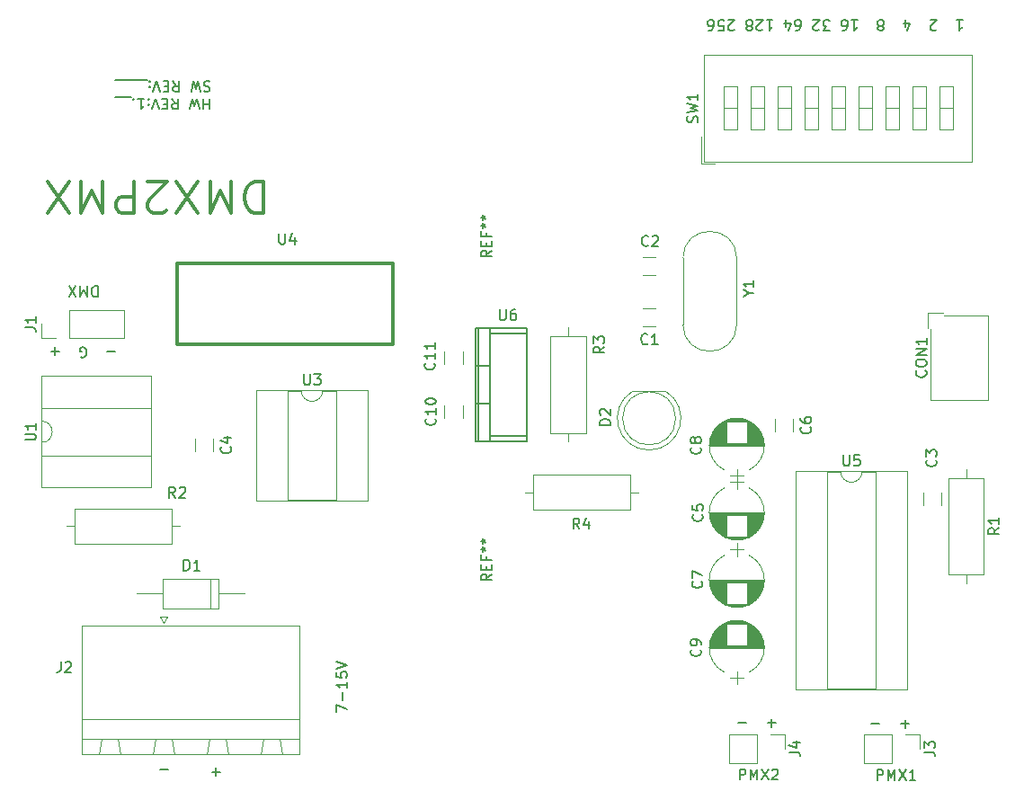
<source format=gbr>
G04 #@! TF.GenerationSoftware,KiCad,Pcbnew,(5.1.8)-1*
G04 #@! TF.CreationDate,2021-02-06T21:19:27+01:00*
G04 #@! TF.ProjectId,DMX2PMX,444d5832-504d-4582-9e6b-696361645f70,rev?*
G04 #@! TF.SameCoordinates,PX21e9a40PY3c8eee0*
G04 #@! TF.FileFunction,Legend,Top*
G04 #@! TF.FilePolarity,Positive*
%FSLAX46Y46*%
G04 Gerber Fmt 4.6, Leading zero omitted, Abs format (unit mm)*
G04 Created by KiCad (PCBNEW (5.1.8)-1) date 2021-02-06 21:19:27*
%MOMM*%
%LPD*%
G01*
G04 APERTURE LIST*
%ADD10C,0.150000*%
%ADD11C,0.300000*%
%ADD12C,0.120000*%
G04 APERTURE END LIST*
D10*
X88644571Y-1833619D02*
X89216000Y-1833619D01*
X88930285Y-1833619D02*
X88930285Y-2833619D01*
X89025523Y-2690761D01*
X89120761Y-2595523D01*
X89216000Y-2547904D01*
X86739809Y-2738380D02*
X86692190Y-2786000D01*
X86596952Y-2833619D01*
X86358857Y-2833619D01*
X86263619Y-2786000D01*
X86216000Y-2738380D01*
X86168380Y-2643142D01*
X86168380Y-2547904D01*
X86216000Y-2405047D01*
X86787428Y-1833619D01*
X86168380Y-1833619D01*
X83787428Y-2500285D02*
X83787428Y-1833619D01*
X84025523Y-2881238D02*
X84263619Y-2166952D01*
X83644571Y-2166952D01*
X81596952Y-2405047D02*
X81692190Y-2452666D01*
X81739809Y-2500285D01*
X81787428Y-2595523D01*
X81787428Y-2643142D01*
X81739809Y-2738380D01*
X81692190Y-2786000D01*
X81596952Y-2833619D01*
X81406476Y-2833619D01*
X81311238Y-2786000D01*
X81263619Y-2738380D01*
X81216000Y-2643142D01*
X81216000Y-2595523D01*
X81263619Y-2500285D01*
X81311238Y-2452666D01*
X81406476Y-2405047D01*
X81596952Y-2405047D01*
X81692190Y-2357428D01*
X81739809Y-2309809D01*
X81787428Y-2214571D01*
X81787428Y-2024095D01*
X81739809Y-1928857D01*
X81692190Y-1881238D01*
X81596952Y-1833619D01*
X81406476Y-1833619D01*
X81311238Y-1881238D01*
X81263619Y-1928857D01*
X81216000Y-2024095D01*
X81216000Y-2214571D01*
X81263619Y-2309809D01*
X81311238Y-2357428D01*
X81406476Y-2405047D01*
X78739809Y-1833619D02*
X79311238Y-1833619D01*
X79025523Y-1833619D02*
X79025523Y-2833619D01*
X79120761Y-2690761D01*
X79216000Y-2595523D01*
X79311238Y-2547904D01*
X77882666Y-2833619D02*
X78073142Y-2833619D01*
X78168380Y-2786000D01*
X78216000Y-2738380D01*
X78311238Y-2595523D01*
X78358857Y-2405047D01*
X78358857Y-2024095D01*
X78311238Y-1928857D01*
X78263619Y-1881238D01*
X78168380Y-1833619D01*
X77977904Y-1833619D01*
X77882666Y-1881238D01*
X77835047Y-1928857D01*
X77787428Y-2024095D01*
X77787428Y-2262190D01*
X77835047Y-2357428D01*
X77882666Y-2405047D01*
X77977904Y-2452666D01*
X78168380Y-2452666D01*
X78263619Y-2405047D01*
X78311238Y-2357428D01*
X78358857Y-2262190D01*
X76692190Y-2833619D02*
X76073142Y-2833619D01*
X76406476Y-2452666D01*
X76263619Y-2452666D01*
X76168380Y-2405047D01*
X76120761Y-2357428D01*
X76073142Y-2262190D01*
X76073142Y-2024095D01*
X76120761Y-1928857D01*
X76168380Y-1881238D01*
X76263619Y-1833619D01*
X76549333Y-1833619D01*
X76644571Y-1881238D01*
X76692190Y-1928857D01*
X75692190Y-2738380D02*
X75644571Y-2786000D01*
X75549333Y-2833619D01*
X75311238Y-2833619D01*
X75216000Y-2786000D01*
X75168380Y-2738380D01*
X75120761Y-2643142D01*
X75120761Y-2547904D01*
X75168380Y-2405047D01*
X75739809Y-1833619D01*
X75120761Y-1833619D01*
X73501714Y-2833619D02*
X73692190Y-2833619D01*
X73787428Y-2786000D01*
X73835047Y-2738380D01*
X73930285Y-2595523D01*
X73977904Y-2405047D01*
X73977904Y-2024095D01*
X73930285Y-1928857D01*
X73882666Y-1881238D01*
X73787428Y-1833619D01*
X73596952Y-1833619D01*
X73501714Y-1881238D01*
X73454095Y-1928857D01*
X73406476Y-2024095D01*
X73406476Y-2262190D01*
X73454095Y-2357428D01*
X73501714Y-2405047D01*
X73596952Y-2452666D01*
X73787428Y-2452666D01*
X73882666Y-2405047D01*
X73930285Y-2357428D01*
X73977904Y-2262190D01*
X72549333Y-2500285D02*
X72549333Y-1833619D01*
X72787428Y-2881238D02*
X73025523Y-2166952D01*
X72406476Y-2166952D01*
X70739809Y-1833619D02*
X71311238Y-1833619D01*
X71025523Y-1833619D02*
X71025523Y-2833619D01*
X71120761Y-2690761D01*
X71216000Y-2595523D01*
X71311238Y-2547904D01*
X70358857Y-2738380D02*
X70311238Y-2786000D01*
X70216000Y-2833619D01*
X69977904Y-2833619D01*
X69882666Y-2786000D01*
X69835047Y-2738380D01*
X69787428Y-2643142D01*
X69787428Y-2547904D01*
X69835047Y-2405047D01*
X70406476Y-1833619D01*
X69787428Y-1833619D01*
X69216000Y-2405047D02*
X69311238Y-2452666D01*
X69358857Y-2500285D01*
X69406476Y-2595523D01*
X69406476Y-2643142D01*
X69358857Y-2738380D01*
X69311238Y-2786000D01*
X69216000Y-2833619D01*
X69025523Y-2833619D01*
X68930285Y-2786000D01*
X68882666Y-2738380D01*
X68835047Y-2643142D01*
X68835047Y-2595523D01*
X68882666Y-2500285D01*
X68930285Y-2452666D01*
X69025523Y-2405047D01*
X69216000Y-2405047D01*
X69311238Y-2357428D01*
X69358857Y-2309809D01*
X69406476Y-2214571D01*
X69406476Y-2024095D01*
X69358857Y-1928857D01*
X69311238Y-1881238D01*
X69216000Y-1833619D01*
X69025523Y-1833619D01*
X68930285Y-1881238D01*
X68882666Y-1928857D01*
X68835047Y-2024095D01*
X68835047Y-2214571D01*
X68882666Y-2309809D01*
X68930285Y-2357428D01*
X69025523Y-2405047D01*
X67692190Y-2738380D02*
X67644571Y-2786000D01*
X67549333Y-2833619D01*
X67311238Y-2833619D01*
X67216000Y-2786000D01*
X67168380Y-2738380D01*
X67120761Y-2643142D01*
X67120761Y-2547904D01*
X67168380Y-2405047D01*
X67739809Y-1833619D01*
X67120761Y-1833619D01*
X66216000Y-2833619D02*
X66692190Y-2833619D01*
X66739809Y-2357428D01*
X66692190Y-2405047D01*
X66596952Y-2452666D01*
X66358857Y-2452666D01*
X66263619Y-2405047D01*
X66216000Y-2357428D01*
X66168380Y-2262190D01*
X66168380Y-2024095D01*
X66216000Y-1928857D01*
X66263619Y-1881238D01*
X66358857Y-1833619D01*
X66596952Y-1833619D01*
X66692190Y-1881238D01*
X66739809Y-1928857D01*
X65311238Y-2833619D02*
X65501714Y-2833619D01*
X65596952Y-2786000D01*
X65644571Y-2738380D01*
X65739809Y-2595523D01*
X65787428Y-2405047D01*
X65787428Y-2024095D01*
X65739809Y-1928857D01*
X65692190Y-1881238D01*
X65596952Y-1833619D01*
X65406476Y-1833619D01*
X65311238Y-1881238D01*
X65263619Y-1928857D01*
X65216000Y-2024095D01*
X65216000Y-2262190D01*
X65263619Y-2357428D01*
X65311238Y-2405047D01*
X65406476Y-2452666D01*
X65596952Y-2452666D01*
X65692190Y-2405047D01*
X65739809Y-2357428D01*
X65787428Y-2262190D01*
X9424609Y-33050171D02*
X8662704Y-33050171D01*
X6138895Y-33621600D02*
X6234133Y-33669219D01*
X6376990Y-33669219D01*
X6519847Y-33621600D01*
X6615085Y-33526361D01*
X6662704Y-33431123D01*
X6710323Y-33240647D01*
X6710323Y-33097790D01*
X6662704Y-32907314D01*
X6615085Y-32812076D01*
X6519847Y-32716838D01*
X6376990Y-32669219D01*
X6281752Y-32669219D01*
X6138895Y-32716838D01*
X6091276Y-32764457D01*
X6091276Y-33097790D01*
X6281752Y-33097790D01*
X4138895Y-33050171D02*
X3376990Y-33050171D01*
X3757942Y-32669219D02*
X3757942Y-33431123D01*
X7761123Y-26928819D02*
X7761123Y-27928819D01*
X7523028Y-27928819D01*
X7380171Y-27881200D01*
X7284933Y-27785961D01*
X7237314Y-27690723D01*
X7189695Y-27500247D01*
X7189695Y-27357390D01*
X7237314Y-27166914D01*
X7284933Y-27071676D01*
X7380171Y-26976438D01*
X7523028Y-26928819D01*
X7761123Y-26928819D01*
X6761123Y-26928819D02*
X6761123Y-27928819D01*
X6427790Y-27214533D01*
X6094457Y-27928819D01*
X6094457Y-26928819D01*
X5713504Y-27928819D02*
X5046838Y-26928819D01*
X5046838Y-27928819D02*
X5713504Y-26928819D01*
X68088095Y-68041828D02*
X68850000Y-68041828D01*
X70850000Y-68041828D02*
X71611904Y-68041828D01*
X71230952Y-68422780D02*
X71230952Y-67660876D01*
X80635695Y-68143428D02*
X81397600Y-68143428D01*
X83397600Y-68143428D02*
X84159504Y-68143428D01*
X83778552Y-68524380D02*
X83778552Y-67762476D01*
X68216685Y-73401180D02*
X68216685Y-72401180D01*
X68597638Y-72401180D01*
X68692876Y-72448800D01*
X68740495Y-72496419D01*
X68788114Y-72591657D01*
X68788114Y-72734514D01*
X68740495Y-72829752D01*
X68692876Y-72877371D01*
X68597638Y-72924990D01*
X68216685Y-72924990D01*
X69216685Y-73401180D02*
X69216685Y-72401180D01*
X69550019Y-73115466D01*
X69883352Y-72401180D01*
X69883352Y-73401180D01*
X70264304Y-72401180D02*
X70930971Y-73401180D01*
X70930971Y-72401180D02*
X70264304Y-73401180D01*
X71264304Y-72496419D02*
X71311923Y-72448800D01*
X71407161Y-72401180D01*
X71645257Y-72401180D01*
X71740495Y-72448800D01*
X71788114Y-72496419D01*
X71835733Y-72591657D01*
X71835733Y-72686895D01*
X71788114Y-72829752D01*
X71216685Y-73401180D01*
X71835733Y-73401180D01*
X81170685Y-73451980D02*
X81170685Y-72451980D01*
X81551638Y-72451980D01*
X81646876Y-72499600D01*
X81694495Y-72547219D01*
X81742114Y-72642457D01*
X81742114Y-72785314D01*
X81694495Y-72880552D01*
X81646876Y-72928171D01*
X81551638Y-72975790D01*
X81170685Y-72975790D01*
X82170685Y-73451980D02*
X82170685Y-72451980D01*
X82504019Y-73166266D01*
X82837352Y-72451980D01*
X82837352Y-73451980D01*
X83218304Y-72451980D02*
X83884971Y-73451980D01*
X83884971Y-72451980D02*
X83218304Y-73451980D01*
X84789733Y-73451980D02*
X84218304Y-73451980D01*
X84504019Y-73451980D02*
X84504019Y-72451980D01*
X84408780Y-72594838D01*
X84313542Y-72690076D01*
X84218304Y-72737695D01*
X30237180Y-67001733D02*
X30237180Y-66335066D01*
X31237180Y-66763638D01*
X30856228Y-65954114D02*
X30856228Y-65192209D01*
X31237180Y-64192209D02*
X31237180Y-64763638D01*
X31237180Y-64477923D02*
X30237180Y-64477923D01*
X30380038Y-64573161D01*
X30475276Y-64668400D01*
X30522895Y-64763638D01*
X30237180Y-63287447D02*
X30237180Y-63763638D01*
X30713371Y-63811257D01*
X30665752Y-63763638D01*
X30618133Y-63668400D01*
X30618133Y-63430304D01*
X30665752Y-63335066D01*
X30713371Y-63287447D01*
X30808609Y-63239828D01*
X31046704Y-63239828D01*
X31141942Y-63287447D01*
X31189561Y-63335066D01*
X31237180Y-63430304D01*
X31237180Y-63668400D01*
X31189561Y-63763638D01*
X31141942Y-63811257D01*
X30237180Y-62954114D02*
X31237180Y-62620780D01*
X30237180Y-62287447D01*
X13639847Y-72461428D02*
X14401752Y-72461428D01*
X18516647Y-72664628D02*
X19278552Y-72664628D01*
X18897600Y-73045580D02*
X18897600Y-72283676D01*
X18269904Y-9249919D02*
X18269904Y-10249919D01*
X18269904Y-9773728D02*
X17698476Y-9773728D01*
X17698476Y-9249919D02*
X17698476Y-10249919D01*
X17317523Y-10249919D02*
X17079428Y-9249919D01*
X16888952Y-9964204D01*
X16698476Y-9249919D01*
X16460380Y-10249919D01*
X14746095Y-9249919D02*
X15079428Y-9726109D01*
X15317523Y-9249919D02*
X15317523Y-10249919D01*
X14936571Y-10249919D01*
X14841333Y-10202300D01*
X14793714Y-10154680D01*
X14746095Y-10059442D01*
X14746095Y-9916585D01*
X14793714Y-9821347D01*
X14841333Y-9773728D01*
X14936571Y-9726109D01*
X15317523Y-9726109D01*
X14317523Y-9773728D02*
X13984190Y-9773728D01*
X13841333Y-9249919D02*
X14317523Y-9249919D01*
X14317523Y-10249919D01*
X13841333Y-10249919D01*
X13555619Y-10249919D02*
X13222285Y-9249919D01*
X12888952Y-10249919D01*
X12555619Y-9345157D02*
X12508000Y-9297538D01*
X12555619Y-9249919D01*
X12603238Y-9297538D01*
X12555619Y-9345157D01*
X12555619Y-9249919D01*
X12555619Y-9868966D02*
X12508000Y-9821347D01*
X12555619Y-9773728D01*
X12603238Y-9821347D01*
X12555619Y-9868966D01*
X12555619Y-9773728D01*
X11555619Y-9249919D02*
X12127047Y-9249919D01*
X11841333Y-9249919D02*
X11841333Y-10249919D01*
X11936571Y-10107061D01*
X12031809Y-10011823D01*
X12127047Y-9964204D01*
X11127047Y-9345157D02*
X11079428Y-9297538D01*
X11127047Y-9249919D01*
X11174666Y-9297538D01*
X11127047Y-9345157D01*
X11127047Y-9249919D01*
X10888952Y-9154680D02*
X10127047Y-9154680D01*
X10127047Y-9154680D02*
X9365142Y-9154680D01*
X18317523Y-7647538D02*
X18174666Y-7599919D01*
X17936571Y-7599919D01*
X17841333Y-7647538D01*
X17793714Y-7695157D01*
X17746095Y-7790395D01*
X17746095Y-7885633D01*
X17793714Y-7980871D01*
X17841333Y-8028490D01*
X17936571Y-8076109D01*
X18127047Y-8123728D01*
X18222285Y-8171347D01*
X18269904Y-8218966D01*
X18317523Y-8314204D01*
X18317523Y-8409442D01*
X18269904Y-8504680D01*
X18222285Y-8552300D01*
X18127047Y-8599919D01*
X17888952Y-8599919D01*
X17746095Y-8552300D01*
X17412761Y-8599919D02*
X17174666Y-7599919D01*
X16984190Y-8314204D01*
X16793714Y-7599919D01*
X16555619Y-8599919D01*
X14841333Y-7599919D02*
X15174666Y-8076109D01*
X15412761Y-7599919D02*
X15412761Y-8599919D01*
X15031809Y-8599919D01*
X14936571Y-8552300D01*
X14888952Y-8504680D01*
X14841333Y-8409442D01*
X14841333Y-8266585D01*
X14888952Y-8171347D01*
X14936571Y-8123728D01*
X15031809Y-8076109D01*
X15412761Y-8076109D01*
X14412761Y-8123728D02*
X14079428Y-8123728D01*
X13936571Y-7599919D02*
X14412761Y-7599919D01*
X14412761Y-8599919D01*
X13936571Y-8599919D01*
X13650857Y-8599919D02*
X13317523Y-7599919D01*
X12984190Y-8599919D01*
X12650857Y-7695157D02*
X12603238Y-7647538D01*
X12650857Y-7599919D01*
X12698476Y-7647538D01*
X12650857Y-7695157D01*
X12650857Y-7599919D01*
X12650857Y-8218966D02*
X12603238Y-8171347D01*
X12650857Y-8123728D01*
X12698476Y-8171347D01*
X12650857Y-8218966D01*
X12650857Y-8123728D01*
X12412761Y-7504680D02*
X11650857Y-7504680D01*
X11650857Y-7504680D02*
X10888952Y-7504680D01*
X10888952Y-7504680D02*
X10127047Y-7504680D01*
X10127047Y-7504680D02*
X9365142Y-7504680D01*
D11*
X23335000Y-17057857D02*
X23335000Y-20057857D01*
X22620714Y-20057857D01*
X22192142Y-19915000D01*
X21906428Y-19629285D01*
X21763571Y-19343571D01*
X21620714Y-18772142D01*
X21620714Y-18343571D01*
X21763571Y-17772142D01*
X21906428Y-17486428D01*
X22192142Y-17200714D01*
X22620714Y-17057857D01*
X23335000Y-17057857D01*
X20335000Y-17057857D02*
X20335000Y-20057857D01*
X19335000Y-17915000D01*
X18335000Y-20057857D01*
X18335000Y-17057857D01*
X17192142Y-20057857D02*
X15192142Y-17057857D01*
X15192142Y-20057857D02*
X17192142Y-17057857D01*
X14192142Y-19772142D02*
X14049285Y-19915000D01*
X13763571Y-20057857D01*
X13049285Y-20057857D01*
X12763571Y-19915000D01*
X12620714Y-19772142D01*
X12477857Y-19486428D01*
X12477857Y-19200714D01*
X12620714Y-18772142D01*
X14335000Y-17057857D01*
X12477857Y-17057857D01*
X11192142Y-17057857D02*
X11192142Y-20057857D01*
X10049285Y-20057857D01*
X9763571Y-19915000D01*
X9620714Y-19772142D01*
X9477857Y-19486428D01*
X9477857Y-19057857D01*
X9620714Y-18772142D01*
X9763571Y-18629285D01*
X10049285Y-18486428D01*
X11192142Y-18486428D01*
X8192142Y-17057857D02*
X8192142Y-20057857D01*
X7192142Y-17915000D01*
X6192142Y-20057857D01*
X6192142Y-17057857D01*
X5049285Y-20057857D02*
X3049285Y-17057857D01*
X3049285Y-20057857D02*
X5049285Y-17057857D01*
D12*
X60297000Y-30706000D02*
X59123000Y-30706000D01*
X60297000Y-28984000D02*
X59123000Y-28984000D01*
X60297000Y-25880000D02*
X59123000Y-25880000D01*
X60297000Y-24158000D02*
X59123000Y-24158000D01*
X64630000Y-15370000D02*
X65900000Y-15370000D01*
X64630000Y-15370000D02*
X64630000Y-12830000D01*
X64830000Y-15170000D02*
X64830000Y-5150000D01*
X64830000Y-5150000D02*
X90110000Y-5150000D01*
X90110000Y-5150000D02*
X90110000Y-15170000D01*
X90110000Y-15170000D02*
X64830000Y-15170000D01*
X66675000Y-12190000D02*
X67945000Y-12190000D01*
X67945000Y-12190000D02*
X67945000Y-8130000D01*
X67945000Y-8130000D02*
X66675000Y-8130000D01*
X66675000Y-8130000D02*
X66675000Y-12190000D01*
X66675000Y-10160000D02*
X67945000Y-10160000D01*
X69215000Y-12190000D02*
X70485000Y-12190000D01*
X70485000Y-12190000D02*
X70485000Y-8130000D01*
X70485000Y-8130000D02*
X69215000Y-8130000D01*
X69215000Y-8130000D02*
X69215000Y-12190000D01*
X69215000Y-10160000D02*
X70485000Y-10160000D01*
X71755000Y-12190000D02*
X73025000Y-12190000D01*
X73025000Y-12190000D02*
X73025000Y-8130000D01*
X73025000Y-8130000D02*
X71755000Y-8130000D01*
X71755000Y-8130000D02*
X71755000Y-12190000D01*
X71755000Y-10160000D02*
X73025000Y-10160000D01*
X74295000Y-12190000D02*
X75565000Y-12190000D01*
X75565000Y-12190000D02*
X75565000Y-8130000D01*
X75565000Y-8130000D02*
X74295000Y-8130000D01*
X74295000Y-8130000D02*
X74295000Y-12190000D01*
X74295000Y-10160000D02*
X75565000Y-10160000D01*
X76835000Y-12190000D02*
X78105000Y-12190000D01*
X78105000Y-12190000D02*
X78105000Y-8130000D01*
X78105000Y-8130000D02*
X76835000Y-8130000D01*
X76835000Y-8130000D02*
X76835000Y-12190000D01*
X76835000Y-10160000D02*
X78105000Y-10160000D01*
X79375000Y-12190000D02*
X80645000Y-12190000D01*
X80645000Y-12190000D02*
X80645000Y-8130000D01*
X80645000Y-8130000D02*
X79375000Y-8130000D01*
X79375000Y-8130000D02*
X79375000Y-12190000D01*
X79375000Y-10160000D02*
X80645000Y-10160000D01*
X81915000Y-12190000D02*
X83185000Y-12190000D01*
X83185000Y-12190000D02*
X83185000Y-8130000D01*
X83185000Y-8130000D02*
X81915000Y-8130000D01*
X81915000Y-8130000D02*
X81915000Y-12190000D01*
X81915000Y-10160000D02*
X83185000Y-10160000D01*
X84455000Y-12190000D02*
X85725000Y-12190000D01*
X85725000Y-12190000D02*
X85725000Y-8130000D01*
X85725000Y-8130000D02*
X84455000Y-8130000D01*
X84455000Y-8130000D02*
X84455000Y-12190000D01*
X84455000Y-10160000D02*
X85725000Y-10160000D01*
X86995000Y-12190000D02*
X88265000Y-12190000D01*
X88265000Y-12190000D02*
X88265000Y-8130000D01*
X88265000Y-8130000D02*
X86995000Y-8130000D01*
X86995000Y-8130000D02*
X86995000Y-12190000D01*
X86995000Y-10160000D02*
X88265000Y-10160000D01*
X62880000Y-30530000D02*
X62880000Y-24280000D01*
X67930000Y-30530000D02*
X67930000Y-24280000D01*
X67930000Y-30530000D02*
G75*
G02*
X62880000Y-30530000I-2525000J0D01*
G01*
X67930000Y-24280000D02*
G75*
G03*
X62880000Y-24280000I-2525000J0D01*
G01*
X87460000Y-29695000D02*
X91590000Y-29695000D01*
X91590000Y-29695000D02*
X91590000Y-37615000D01*
X91590000Y-37615000D02*
X86210000Y-37615000D01*
X86210000Y-37615000D02*
X86210000Y-30945000D01*
X87360000Y-29445000D02*
X85960000Y-29445000D01*
X85960000Y-29445000D02*
X85960000Y-30845000D01*
X42136000Y-33048000D02*
X42136000Y-34222000D01*
X40414000Y-33048000D02*
X40414000Y-34222000D01*
D10*
X44704000Y-31369000D02*
X48133000Y-31369000D01*
X44704000Y-41021000D02*
X48133000Y-41021000D01*
X43561000Y-30861000D02*
X43561000Y-41529000D01*
X44577000Y-34417000D02*
X43307000Y-34417000D01*
X44577000Y-37973000D02*
X43307000Y-37973000D01*
X44704000Y-41529000D02*
X44704000Y-30861000D01*
X48133000Y-30861000D02*
X48133000Y-41529000D01*
X43307000Y-41529000D02*
X48133000Y-41529000D01*
X43307000Y-30861000D02*
X48133000Y-30861000D01*
X43307000Y-30861000D02*
X43307000Y-41529000D01*
D12*
X91195000Y-44970000D02*
X87875000Y-44970000D01*
X87875000Y-44970000D02*
X87875000Y-54090000D01*
X87875000Y-54090000D02*
X91195000Y-54090000D01*
X91195000Y-54090000D02*
X91195000Y-44970000D01*
X89535000Y-44160000D02*
X89535000Y-44970000D01*
X89535000Y-54900000D02*
X89535000Y-54090000D01*
X18641000Y-41303000D02*
X18641000Y-42477000D01*
X16919000Y-41303000D02*
X16919000Y-42477000D01*
X70495000Y-48240000D02*
X65395000Y-48240000D01*
X70495000Y-48280000D02*
X65395000Y-48280000D01*
X70494000Y-48320000D02*
X65396000Y-48320000D01*
X70493000Y-48360000D02*
X65397000Y-48360000D01*
X70491000Y-48400000D02*
X65399000Y-48400000D01*
X70488000Y-48440000D02*
X65402000Y-48440000D01*
X70484000Y-48480000D02*
X65406000Y-48480000D01*
X70480000Y-48520000D02*
X68925000Y-48520000D01*
X66965000Y-48520000D02*
X65410000Y-48520000D01*
X70476000Y-48560000D02*
X68925000Y-48560000D01*
X66965000Y-48560000D02*
X65414000Y-48560000D01*
X70470000Y-48600000D02*
X68925000Y-48600000D01*
X66965000Y-48600000D02*
X65420000Y-48600000D01*
X70464000Y-48640000D02*
X68925000Y-48640000D01*
X66965000Y-48640000D02*
X65426000Y-48640000D01*
X70458000Y-48680000D02*
X68925000Y-48680000D01*
X66965000Y-48680000D02*
X65432000Y-48680000D01*
X70451000Y-48720000D02*
X68925000Y-48720000D01*
X66965000Y-48720000D02*
X65439000Y-48720000D01*
X70443000Y-48760000D02*
X68925000Y-48760000D01*
X66965000Y-48760000D02*
X65447000Y-48760000D01*
X70434000Y-48800000D02*
X68925000Y-48800000D01*
X66965000Y-48800000D02*
X65456000Y-48800000D01*
X70425000Y-48840000D02*
X68925000Y-48840000D01*
X66965000Y-48840000D02*
X65465000Y-48840000D01*
X70415000Y-48880000D02*
X68925000Y-48880000D01*
X66965000Y-48880000D02*
X65475000Y-48880000D01*
X70405000Y-48920000D02*
X68925000Y-48920000D01*
X66965000Y-48920000D02*
X65485000Y-48920000D01*
X70393000Y-48961000D02*
X68925000Y-48961000D01*
X66965000Y-48961000D02*
X65497000Y-48961000D01*
X70381000Y-49001000D02*
X68925000Y-49001000D01*
X66965000Y-49001000D02*
X65509000Y-49001000D01*
X70369000Y-49041000D02*
X68925000Y-49041000D01*
X66965000Y-49041000D02*
X65521000Y-49041000D01*
X70355000Y-49081000D02*
X68925000Y-49081000D01*
X66965000Y-49081000D02*
X65535000Y-49081000D01*
X70341000Y-49121000D02*
X68925000Y-49121000D01*
X66965000Y-49121000D02*
X65549000Y-49121000D01*
X70327000Y-49161000D02*
X68925000Y-49161000D01*
X66965000Y-49161000D02*
X65563000Y-49161000D01*
X70311000Y-49201000D02*
X68925000Y-49201000D01*
X66965000Y-49201000D02*
X65579000Y-49201000D01*
X70295000Y-49241000D02*
X68925000Y-49241000D01*
X66965000Y-49241000D02*
X65595000Y-49241000D01*
X70278000Y-49281000D02*
X68925000Y-49281000D01*
X66965000Y-49281000D02*
X65612000Y-49281000D01*
X70260000Y-49321000D02*
X68925000Y-49321000D01*
X66965000Y-49321000D02*
X65630000Y-49321000D01*
X70241000Y-49361000D02*
X68925000Y-49361000D01*
X66965000Y-49361000D02*
X65649000Y-49361000D01*
X70221000Y-49401000D02*
X68925000Y-49401000D01*
X66965000Y-49401000D02*
X65669000Y-49401000D01*
X70201000Y-49441000D02*
X68925000Y-49441000D01*
X66965000Y-49441000D02*
X65689000Y-49441000D01*
X70179000Y-49481000D02*
X68925000Y-49481000D01*
X66965000Y-49481000D02*
X65711000Y-49481000D01*
X70157000Y-49521000D02*
X68925000Y-49521000D01*
X66965000Y-49521000D02*
X65733000Y-49521000D01*
X70134000Y-49561000D02*
X68925000Y-49561000D01*
X66965000Y-49561000D02*
X65756000Y-49561000D01*
X70110000Y-49601000D02*
X68925000Y-49601000D01*
X66965000Y-49601000D02*
X65780000Y-49601000D01*
X70085000Y-49641000D02*
X68925000Y-49641000D01*
X66965000Y-49641000D02*
X65805000Y-49641000D01*
X70058000Y-49681000D02*
X68925000Y-49681000D01*
X66965000Y-49681000D02*
X65832000Y-49681000D01*
X70031000Y-49721000D02*
X68925000Y-49721000D01*
X66965000Y-49721000D02*
X65859000Y-49721000D01*
X70003000Y-49761000D02*
X68925000Y-49761000D01*
X66965000Y-49761000D02*
X65887000Y-49761000D01*
X69973000Y-49801000D02*
X68925000Y-49801000D01*
X66965000Y-49801000D02*
X65917000Y-49801000D01*
X69942000Y-49841000D02*
X68925000Y-49841000D01*
X66965000Y-49841000D02*
X65948000Y-49841000D01*
X69910000Y-49881000D02*
X68925000Y-49881000D01*
X66965000Y-49881000D02*
X65980000Y-49881000D01*
X69877000Y-49921000D02*
X68925000Y-49921000D01*
X66965000Y-49921000D02*
X66013000Y-49921000D01*
X69842000Y-49961000D02*
X68925000Y-49961000D01*
X66965000Y-49961000D02*
X66048000Y-49961000D01*
X69806000Y-50001000D02*
X68925000Y-50001000D01*
X66965000Y-50001000D02*
X66084000Y-50001000D01*
X69768000Y-50041000D02*
X68925000Y-50041000D01*
X66965000Y-50041000D02*
X66122000Y-50041000D01*
X69728000Y-50081000D02*
X68925000Y-50081000D01*
X66965000Y-50081000D02*
X66162000Y-50081000D01*
X69687000Y-50121000D02*
X68925000Y-50121000D01*
X66965000Y-50121000D02*
X66203000Y-50121000D01*
X69644000Y-50161000D02*
X68925000Y-50161000D01*
X66965000Y-50161000D02*
X66246000Y-50161000D01*
X69599000Y-50201000D02*
X68925000Y-50201000D01*
X66965000Y-50201000D02*
X66291000Y-50201000D01*
X69551000Y-50241000D02*
X68925000Y-50241000D01*
X66965000Y-50241000D02*
X66339000Y-50241000D01*
X69501000Y-50281000D02*
X68925000Y-50281000D01*
X66965000Y-50281000D02*
X66389000Y-50281000D01*
X69449000Y-50321000D02*
X68925000Y-50321000D01*
X66965000Y-50321000D02*
X66441000Y-50321000D01*
X69393000Y-50361000D02*
X68925000Y-50361000D01*
X66965000Y-50361000D02*
X66497000Y-50361000D01*
X69335000Y-50401000D02*
X68925000Y-50401000D01*
X66965000Y-50401000D02*
X66555000Y-50401000D01*
X69272000Y-50441000D02*
X68925000Y-50441000D01*
X66965000Y-50441000D02*
X66618000Y-50441000D01*
X69206000Y-50481000D02*
X66684000Y-50481000D01*
X69134000Y-50521000D02*
X66756000Y-50521000D01*
X69057000Y-50561000D02*
X66833000Y-50561000D01*
X68973000Y-50601000D02*
X66917000Y-50601000D01*
X68879000Y-50641000D02*
X67011000Y-50641000D01*
X68774000Y-50681000D02*
X67116000Y-50681000D01*
X68652000Y-50721000D02*
X67238000Y-50721000D01*
X68504000Y-50761000D02*
X67386000Y-50761000D01*
X68299000Y-50801000D02*
X67591000Y-50801000D01*
X67945000Y-44790000D02*
X67945000Y-45990000D01*
X68595000Y-45390000D02*
X67295000Y-45390000D01*
X69124723Y-50545722D02*
G75*
G03*
X69125000Y-45934420I-1179723J2305722D01*
G01*
X66765277Y-50545722D02*
G75*
G02*
X66765000Y-45934420I1179723J2305722D01*
G01*
X66765277Y-50545722D02*
G75*
G03*
X69125000Y-50545580I1179723J2305722D01*
G01*
X73251000Y-39438000D02*
X73251000Y-40612000D01*
X71529000Y-39438000D02*
X71529000Y-40612000D01*
X70495000Y-54590000D02*
X65395000Y-54590000D01*
X70495000Y-54630000D02*
X65395000Y-54630000D01*
X70494000Y-54670000D02*
X65396000Y-54670000D01*
X70493000Y-54710000D02*
X65397000Y-54710000D01*
X70491000Y-54750000D02*
X65399000Y-54750000D01*
X70488000Y-54790000D02*
X65402000Y-54790000D01*
X70484000Y-54830000D02*
X65406000Y-54830000D01*
X70480000Y-54870000D02*
X68925000Y-54870000D01*
X66965000Y-54870000D02*
X65410000Y-54870000D01*
X70476000Y-54910000D02*
X68925000Y-54910000D01*
X66965000Y-54910000D02*
X65414000Y-54910000D01*
X70470000Y-54950000D02*
X68925000Y-54950000D01*
X66965000Y-54950000D02*
X65420000Y-54950000D01*
X70464000Y-54990000D02*
X68925000Y-54990000D01*
X66965000Y-54990000D02*
X65426000Y-54990000D01*
X70458000Y-55030000D02*
X68925000Y-55030000D01*
X66965000Y-55030000D02*
X65432000Y-55030000D01*
X70451000Y-55070000D02*
X68925000Y-55070000D01*
X66965000Y-55070000D02*
X65439000Y-55070000D01*
X70443000Y-55110000D02*
X68925000Y-55110000D01*
X66965000Y-55110000D02*
X65447000Y-55110000D01*
X70434000Y-55150000D02*
X68925000Y-55150000D01*
X66965000Y-55150000D02*
X65456000Y-55150000D01*
X70425000Y-55190000D02*
X68925000Y-55190000D01*
X66965000Y-55190000D02*
X65465000Y-55190000D01*
X70415000Y-55230000D02*
X68925000Y-55230000D01*
X66965000Y-55230000D02*
X65475000Y-55230000D01*
X70405000Y-55270000D02*
X68925000Y-55270000D01*
X66965000Y-55270000D02*
X65485000Y-55270000D01*
X70393000Y-55311000D02*
X68925000Y-55311000D01*
X66965000Y-55311000D02*
X65497000Y-55311000D01*
X70381000Y-55351000D02*
X68925000Y-55351000D01*
X66965000Y-55351000D02*
X65509000Y-55351000D01*
X70369000Y-55391000D02*
X68925000Y-55391000D01*
X66965000Y-55391000D02*
X65521000Y-55391000D01*
X70355000Y-55431000D02*
X68925000Y-55431000D01*
X66965000Y-55431000D02*
X65535000Y-55431000D01*
X70341000Y-55471000D02*
X68925000Y-55471000D01*
X66965000Y-55471000D02*
X65549000Y-55471000D01*
X70327000Y-55511000D02*
X68925000Y-55511000D01*
X66965000Y-55511000D02*
X65563000Y-55511000D01*
X70311000Y-55551000D02*
X68925000Y-55551000D01*
X66965000Y-55551000D02*
X65579000Y-55551000D01*
X70295000Y-55591000D02*
X68925000Y-55591000D01*
X66965000Y-55591000D02*
X65595000Y-55591000D01*
X70278000Y-55631000D02*
X68925000Y-55631000D01*
X66965000Y-55631000D02*
X65612000Y-55631000D01*
X70260000Y-55671000D02*
X68925000Y-55671000D01*
X66965000Y-55671000D02*
X65630000Y-55671000D01*
X70241000Y-55711000D02*
X68925000Y-55711000D01*
X66965000Y-55711000D02*
X65649000Y-55711000D01*
X70221000Y-55751000D02*
X68925000Y-55751000D01*
X66965000Y-55751000D02*
X65669000Y-55751000D01*
X70201000Y-55791000D02*
X68925000Y-55791000D01*
X66965000Y-55791000D02*
X65689000Y-55791000D01*
X70179000Y-55831000D02*
X68925000Y-55831000D01*
X66965000Y-55831000D02*
X65711000Y-55831000D01*
X70157000Y-55871000D02*
X68925000Y-55871000D01*
X66965000Y-55871000D02*
X65733000Y-55871000D01*
X70134000Y-55911000D02*
X68925000Y-55911000D01*
X66965000Y-55911000D02*
X65756000Y-55911000D01*
X70110000Y-55951000D02*
X68925000Y-55951000D01*
X66965000Y-55951000D02*
X65780000Y-55951000D01*
X70085000Y-55991000D02*
X68925000Y-55991000D01*
X66965000Y-55991000D02*
X65805000Y-55991000D01*
X70058000Y-56031000D02*
X68925000Y-56031000D01*
X66965000Y-56031000D02*
X65832000Y-56031000D01*
X70031000Y-56071000D02*
X68925000Y-56071000D01*
X66965000Y-56071000D02*
X65859000Y-56071000D01*
X70003000Y-56111000D02*
X68925000Y-56111000D01*
X66965000Y-56111000D02*
X65887000Y-56111000D01*
X69973000Y-56151000D02*
X68925000Y-56151000D01*
X66965000Y-56151000D02*
X65917000Y-56151000D01*
X69942000Y-56191000D02*
X68925000Y-56191000D01*
X66965000Y-56191000D02*
X65948000Y-56191000D01*
X69910000Y-56231000D02*
X68925000Y-56231000D01*
X66965000Y-56231000D02*
X65980000Y-56231000D01*
X69877000Y-56271000D02*
X68925000Y-56271000D01*
X66965000Y-56271000D02*
X66013000Y-56271000D01*
X69842000Y-56311000D02*
X68925000Y-56311000D01*
X66965000Y-56311000D02*
X66048000Y-56311000D01*
X69806000Y-56351000D02*
X68925000Y-56351000D01*
X66965000Y-56351000D02*
X66084000Y-56351000D01*
X69768000Y-56391000D02*
X68925000Y-56391000D01*
X66965000Y-56391000D02*
X66122000Y-56391000D01*
X69728000Y-56431000D02*
X68925000Y-56431000D01*
X66965000Y-56431000D02*
X66162000Y-56431000D01*
X69687000Y-56471000D02*
X68925000Y-56471000D01*
X66965000Y-56471000D02*
X66203000Y-56471000D01*
X69644000Y-56511000D02*
X68925000Y-56511000D01*
X66965000Y-56511000D02*
X66246000Y-56511000D01*
X69599000Y-56551000D02*
X68925000Y-56551000D01*
X66965000Y-56551000D02*
X66291000Y-56551000D01*
X69551000Y-56591000D02*
X68925000Y-56591000D01*
X66965000Y-56591000D02*
X66339000Y-56591000D01*
X69501000Y-56631000D02*
X68925000Y-56631000D01*
X66965000Y-56631000D02*
X66389000Y-56631000D01*
X69449000Y-56671000D02*
X68925000Y-56671000D01*
X66965000Y-56671000D02*
X66441000Y-56671000D01*
X69393000Y-56711000D02*
X68925000Y-56711000D01*
X66965000Y-56711000D02*
X66497000Y-56711000D01*
X69335000Y-56751000D02*
X68925000Y-56751000D01*
X66965000Y-56751000D02*
X66555000Y-56751000D01*
X69272000Y-56791000D02*
X68925000Y-56791000D01*
X66965000Y-56791000D02*
X66618000Y-56791000D01*
X69206000Y-56831000D02*
X66684000Y-56831000D01*
X69134000Y-56871000D02*
X66756000Y-56871000D01*
X69057000Y-56911000D02*
X66833000Y-56911000D01*
X68973000Y-56951000D02*
X66917000Y-56951000D01*
X68879000Y-56991000D02*
X67011000Y-56991000D01*
X68774000Y-57031000D02*
X67116000Y-57031000D01*
X68652000Y-57071000D02*
X67238000Y-57071000D01*
X68504000Y-57111000D02*
X67386000Y-57111000D01*
X68299000Y-57151000D02*
X67591000Y-57151000D01*
X67945000Y-51140000D02*
X67945000Y-52340000D01*
X68595000Y-51740000D02*
X67295000Y-51740000D01*
X69124723Y-56895722D02*
G75*
G03*
X69125000Y-52284420I-1179723J2305722D01*
G01*
X66765277Y-56895722D02*
G75*
G02*
X66765000Y-52284420I1179723J2305722D01*
G01*
X66765277Y-56895722D02*
G75*
G03*
X69125000Y-56895580I1179723J2305722D01*
G01*
X65395000Y-41930000D02*
X70495000Y-41930000D01*
X65395000Y-41890000D02*
X70495000Y-41890000D01*
X65396000Y-41850000D02*
X70494000Y-41850000D01*
X65397000Y-41810000D02*
X70493000Y-41810000D01*
X65399000Y-41770000D02*
X70491000Y-41770000D01*
X65402000Y-41730000D02*
X70488000Y-41730000D01*
X65406000Y-41690000D02*
X70484000Y-41690000D01*
X65410000Y-41650000D02*
X66965000Y-41650000D01*
X68925000Y-41650000D02*
X70480000Y-41650000D01*
X65414000Y-41610000D02*
X66965000Y-41610000D01*
X68925000Y-41610000D02*
X70476000Y-41610000D01*
X65420000Y-41570000D02*
X66965000Y-41570000D01*
X68925000Y-41570000D02*
X70470000Y-41570000D01*
X65426000Y-41530000D02*
X66965000Y-41530000D01*
X68925000Y-41530000D02*
X70464000Y-41530000D01*
X65432000Y-41490000D02*
X66965000Y-41490000D01*
X68925000Y-41490000D02*
X70458000Y-41490000D01*
X65439000Y-41450000D02*
X66965000Y-41450000D01*
X68925000Y-41450000D02*
X70451000Y-41450000D01*
X65447000Y-41410000D02*
X66965000Y-41410000D01*
X68925000Y-41410000D02*
X70443000Y-41410000D01*
X65456000Y-41370000D02*
X66965000Y-41370000D01*
X68925000Y-41370000D02*
X70434000Y-41370000D01*
X65465000Y-41330000D02*
X66965000Y-41330000D01*
X68925000Y-41330000D02*
X70425000Y-41330000D01*
X65475000Y-41290000D02*
X66965000Y-41290000D01*
X68925000Y-41290000D02*
X70415000Y-41290000D01*
X65485000Y-41250000D02*
X66965000Y-41250000D01*
X68925000Y-41250000D02*
X70405000Y-41250000D01*
X65497000Y-41209000D02*
X66965000Y-41209000D01*
X68925000Y-41209000D02*
X70393000Y-41209000D01*
X65509000Y-41169000D02*
X66965000Y-41169000D01*
X68925000Y-41169000D02*
X70381000Y-41169000D01*
X65521000Y-41129000D02*
X66965000Y-41129000D01*
X68925000Y-41129000D02*
X70369000Y-41129000D01*
X65535000Y-41089000D02*
X66965000Y-41089000D01*
X68925000Y-41089000D02*
X70355000Y-41089000D01*
X65549000Y-41049000D02*
X66965000Y-41049000D01*
X68925000Y-41049000D02*
X70341000Y-41049000D01*
X65563000Y-41009000D02*
X66965000Y-41009000D01*
X68925000Y-41009000D02*
X70327000Y-41009000D01*
X65579000Y-40969000D02*
X66965000Y-40969000D01*
X68925000Y-40969000D02*
X70311000Y-40969000D01*
X65595000Y-40929000D02*
X66965000Y-40929000D01*
X68925000Y-40929000D02*
X70295000Y-40929000D01*
X65612000Y-40889000D02*
X66965000Y-40889000D01*
X68925000Y-40889000D02*
X70278000Y-40889000D01*
X65630000Y-40849000D02*
X66965000Y-40849000D01*
X68925000Y-40849000D02*
X70260000Y-40849000D01*
X65649000Y-40809000D02*
X66965000Y-40809000D01*
X68925000Y-40809000D02*
X70241000Y-40809000D01*
X65669000Y-40769000D02*
X66965000Y-40769000D01*
X68925000Y-40769000D02*
X70221000Y-40769000D01*
X65689000Y-40729000D02*
X66965000Y-40729000D01*
X68925000Y-40729000D02*
X70201000Y-40729000D01*
X65711000Y-40689000D02*
X66965000Y-40689000D01*
X68925000Y-40689000D02*
X70179000Y-40689000D01*
X65733000Y-40649000D02*
X66965000Y-40649000D01*
X68925000Y-40649000D02*
X70157000Y-40649000D01*
X65756000Y-40609000D02*
X66965000Y-40609000D01*
X68925000Y-40609000D02*
X70134000Y-40609000D01*
X65780000Y-40569000D02*
X66965000Y-40569000D01*
X68925000Y-40569000D02*
X70110000Y-40569000D01*
X65805000Y-40529000D02*
X66965000Y-40529000D01*
X68925000Y-40529000D02*
X70085000Y-40529000D01*
X65832000Y-40489000D02*
X66965000Y-40489000D01*
X68925000Y-40489000D02*
X70058000Y-40489000D01*
X65859000Y-40449000D02*
X66965000Y-40449000D01*
X68925000Y-40449000D02*
X70031000Y-40449000D01*
X65887000Y-40409000D02*
X66965000Y-40409000D01*
X68925000Y-40409000D02*
X70003000Y-40409000D01*
X65917000Y-40369000D02*
X66965000Y-40369000D01*
X68925000Y-40369000D02*
X69973000Y-40369000D01*
X65948000Y-40329000D02*
X66965000Y-40329000D01*
X68925000Y-40329000D02*
X69942000Y-40329000D01*
X65980000Y-40289000D02*
X66965000Y-40289000D01*
X68925000Y-40289000D02*
X69910000Y-40289000D01*
X66013000Y-40249000D02*
X66965000Y-40249000D01*
X68925000Y-40249000D02*
X69877000Y-40249000D01*
X66048000Y-40209000D02*
X66965000Y-40209000D01*
X68925000Y-40209000D02*
X69842000Y-40209000D01*
X66084000Y-40169000D02*
X66965000Y-40169000D01*
X68925000Y-40169000D02*
X69806000Y-40169000D01*
X66122000Y-40129000D02*
X66965000Y-40129000D01*
X68925000Y-40129000D02*
X69768000Y-40129000D01*
X66162000Y-40089000D02*
X66965000Y-40089000D01*
X68925000Y-40089000D02*
X69728000Y-40089000D01*
X66203000Y-40049000D02*
X66965000Y-40049000D01*
X68925000Y-40049000D02*
X69687000Y-40049000D01*
X66246000Y-40009000D02*
X66965000Y-40009000D01*
X68925000Y-40009000D02*
X69644000Y-40009000D01*
X66291000Y-39969000D02*
X66965000Y-39969000D01*
X68925000Y-39969000D02*
X69599000Y-39969000D01*
X66339000Y-39929000D02*
X66965000Y-39929000D01*
X68925000Y-39929000D02*
X69551000Y-39929000D01*
X66389000Y-39889000D02*
X66965000Y-39889000D01*
X68925000Y-39889000D02*
X69501000Y-39889000D01*
X66441000Y-39849000D02*
X66965000Y-39849000D01*
X68925000Y-39849000D02*
X69449000Y-39849000D01*
X66497000Y-39809000D02*
X66965000Y-39809000D01*
X68925000Y-39809000D02*
X69393000Y-39809000D01*
X66555000Y-39769000D02*
X66965000Y-39769000D01*
X68925000Y-39769000D02*
X69335000Y-39769000D01*
X66618000Y-39729000D02*
X66965000Y-39729000D01*
X68925000Y-39729000D02*
X69272000Y-39729000D01*
X66684000Y-39689000D02*
X69206000Y-39689000D01*
X66756000Y-39649000D02*
X69134000Y-39649000D01*
X66833000Y-39609000D02*
X69057000Y-39609000D01*
X66917000Y-39569000D02*
X68973000Y-39569000D01*
X67011000Y-39529000D02*
X68879000Y-39529000D01*
X67116000Y-39489000D02*
X68774000Y-39489000D01*
X67238000Y-39449000D02*
X68652000Y-39449000D01*
X67386000Y-39409000D02*
X68504000Y-39409000D01*
X67591000Y-39369000D02*
X68299000Y-39369000D01*
X67945000Y-45380000D02*
X67945000Y-44180000D01*
X67295000Y-44780000D02*
X68595000Y-44780000D01*
X66765277Y-39624278D02*
G75*
G03*
X66765000Y-44235580I1179723J-2305722D01*
G01*
X69124723Y-39624278D02*
G75*
G02*
X69125000Y-44235580I-1179723J-2305722D01*
G01*
X69124723Y-39624278D02*
G75*
G03*
X66765000Y-39624420I-1179723J-2305722D01*
G01*
X40414000Y-39342000D02*
X40414000Y-38168000D01*
X42136000Y-39342000D02*
X42136000Y-38168000D01*
X19170000Y-57290000D02*
X19170000Y-54470000D01*
X19170000Y-54470000D02*
X13850000Y-54470000D01*
X13850000Y-54470000D02*
X13850000Y-57290000D01*
X13850000Y-57290000D02*
X19170000Y-57290000D01*
X21580000Y-55880000D02*
X19170000Y-55880000D01*
X11440000Y-55880000D02*
X13850000Y-55880000D01*
X18330000Y-57290000D02*
X18330000Y-54470000D01*
X62190000Y-39370000D02*
G75*
G03*
X62190000Y-39370000I-2500000J0D01*
G01*
X61235000Y-36810000D02*
X58145000Y-36810000D01*
X59689538Y-42360000D02*
G75*
G03*
X61234830Y-36810000I462J2990000D01*
G01*
X59690462Y-42360000D02*
G75*
G02*
X58145170Y-36810000I-462J2990000D01*
G01*
X5080000Y-31810000D02*
X10220000Y-31810000D01*
X10220000Y-31810000D02*
X10220000Y-29150000D01*
X10220000Y-29150000D02*
X5080000Y-29150000D01*
X5080000Y-29150000D02*
X5080000Y-31810000D01*
X3810000Y-31810000D02*
X2480000Y-31810000D01*
X2480000Y-31810000D02*
X2480000Y-30480000D01*
X82550000Y-69155000D02*
X79950000Y-69155000D01*
X79950000Y-69155000D02*
X79950000Y-71815000D01*
X79950000Y-71815000D02*
X82550000Y-71815000D01*
X82550000Y-71815000D02*
X82550000Y-69155000D01*
X83820000Y-69155000D02*
X85150000Y-69155000D01*
X85150000Y-69155000D02*
X85150000Y-70485000D01*
X69850000Y-69155000D02*
X67250000Y-69155000D01*
X67250000Y-69155000D02*
X67250000Y-71815000D01*
X67250000Y-71815000D02*
X69850000Y-71815000D01*
X69850000Y-71815000D02*
X69850000Y-69155000D01*
X71120000Y-69155000D02*
X72450000Y-69155000D01*
X72450000Y-69155000D02*
X72450000Y-70485000D01*
X14720000Y-51190000D02*
X14720000Y-47870000D01*
X14720000Y-47870000D02*
X5600000Y-47870000D01*
X5600000Y-47870000D02*
X5600000Y-51190000D01*
X5600000Y-51190000D02*
X14720000Y-51190000D01*
X15530000Y-49530000D02*
X14720000Y-49530000D01*
X4790000Y-49530000D02*
X5600000Y-49530000D01*
X48780000Y-44695000D02*
X48780000Y-48015000D01*
X48780000Y-48015000D02*
X57900000Y-48015000D01*
X57900000Y-48015000D02*
X57900000Y-44695000D01*
X57900000Y-44695000D02*
X48780000Y-44695000D01*
X47970000Y-46355000D02*
X48780000Y-46355000D01*
X58710000Y-46355000D02*
X57900000Y-46355000D01*
X2480000Y-41640000D02*
X2480000Y-42890000D01*
X2480000Y-42890000D02*
X12760000Y-42890000D01*
X12760000Y-42890000D02*
X12760000Y-38390000D01*
X12760000Y-38390000D02*
X2480000Y-38390000D01*
X2480000Y-38390000D02*
X2480000Y-39640000D01*
X2420000Y-45890000D02*
X12820000Y-45890000D01*
X12820000Y-45890000D02*
X12820000Y-35390000D01*
X12820000Y-35390000D02*
X2420000Y-35390000D01*
X2420000Y-35390000D02*
X2420000Y-45890000D01*
X2480000Y-39640000D02*
G75*
G02*
X2480000Y-41640000I0J-1000000D01*
G01*
D11*
X35560000Y-32385000D02*
X15240000Y-32385000D01*
X15240000Y-32385000D02*
X15240000Y-24765000D01*
X15240000Y-24765000D02*
X35560000Y-24765000D01*
X35560000Y-24765000D02*
X35560000Y-32385000D01*
D12*
X77740000Y-44390000D02*
X76490000Y-44390000D01*
X76490000Y-44390000D02*
X76490000Y-64830000D01*
X76490000Y-64830000D02*
X80990000Y-64830000D01*
X80990000Y-64830000D02*
X80990000Y-44390000D01*
X80990000Y-44390000D02*
X79740000Y-44390000D01*
X73490000Y-44330000D02*
X73490000Y-64890000D01*
X73490000Y-64890000D02*
X83990000Y-64890000D01*
X83990000Y-64890000D02*
X83990000Y-44330000D01*
X83990000Y-44330000D02*
X73490000Y-44330000D01*
X79740000Y-44390000D02*
G75*
G02*
X77740000Y-44390000I-1000000J0D01*
G01*
X65395000Y-60980000D02*
X70495000Y-60980000D01*
X65395000Y-60940000D02*
X70495000Y-60940000D01*
X65396000Y-60900000D02*
X70494000Y-60900000D01*
X65397000Y-60860000D02*
X70493000Y-60860000D01*
X65399000Y-60820000D02*
X70491000Y-60820000D01*
X65402000Y-60780000D02*
X70488000Y-60780000D01*
X65406000Y-60740000D02*
X70484000Y-60740000D01*
X65410000Y-60700000D02*
X66965000Y-60700000D01*
X68925000Y-60700000D02*
X70480000Y-60700000D01*
X65414000Y-60660000D02*
X66965000Y-60660000D01*
X68925000Y-60660000D02*
X70476000Y-60660000D01*
X65420000Y-60620000D02*
X66965000Y-60620000D01*
X68925000Y-60620000D02*
X70470000Y-60620000D01*
X65426000Y-60580000D02*
X66965000Y-60580000D01*
X68925000Y-60580000D02*
X70464000Y-60580000D01*
X65432000Y-60540000D02*
X66965000Y-60540000D01*
X68925000Y-60540000D02*
X70458000Y-60540000D01*
X65439000Y-60500000D02*
X66965000Y-60500000D01*
X68925000Y-60500000D02*
X70451000Y-60500000D01*
X65447000Y-60460000D02*
X66965000Y-60460000D01*
X68925000Y-60460000D02*
X70443000Y-60460000D01*
X65456000Y-60420000D02*
X66965000Y-60420000D01*
X68925000Y-60420000D02*
X70434000Y-60420000D01*
X65465000Y-60380000D02*
X66965000Y-60380000D01*
X68925000Y-60380000D02*
X70425000Y-60380000D01*
X65475000Y-60340000D02*
X66965000Y-60340000D01*
X68925000Y-60340000D02*
X70415000Y-60340000D01*
X65485000Y-60300000D02*
X66965000Y-60300000D01*
X68925000Y-60300000D02*
X70405000Y-60300000D01*
X65497000Y-60259000D02*
X66965000Y-60259000D01*
X68925000Y-60259000D02*
X70393000Y-60259000D01*
X65509000Y-60219000D02*
X66965000Y-60219000D01*
X68925000Y-60219000D02*
X70381000Y-60219000D01*
X65521000Y-60179000D02*
X66965000Y-60179000D01*
X68925000Y-60179000D02*
X70369000Y-60179000D01*
X65535000Y-60139000D02*
X66965000Y-60139000D01*
X68925000Y-60139000D02*
X70355000Y-60139000D01*
X65549000Y-60099000D02*
X66965000Y-60099000D01*
X68925000Y-60099000D02*
X70341000Y-60099000D01*
X65563000Y-60059000D02*
X66965000Y-60059000D01*
X68925000Y-60059000D02*
X70327000Y-60059000D01*
X65579000Y-60019000D02*
X66965000Y-60019000D01*
X68925000Y-60019000D02*
X70311000Y-60019000D01*
X65595000Y-59979000D02*
X66965000Y-59979000D01*
X68925000Y-59979000D02*
X70295000Y-59979000D01*
X65612000Y-59939000D02*
X66965000Y-59939000D01*
X68925000Y-59939000D02*
X70278000Y-59939000D01*
X65630000Y-59899000D02*
X66965000Y-59899000D01*
X68925000Y-59899000D02*
X70260000Y-59899000D01*
X65649000Y-59859000D02*
X66965000Y-59859000D01*
X68925000Y-59859000D02*
X70241000Y-59859000D01*
X65669000Y-59819000D02*
X66965000Y-59819000D01*
X68925000Y-59819000D02*
X70221000Y-59819000D01*
X65689000Y-59779000D02*
X66965000Y-59779000D01*
X68925000Y-59779000D02*
X70201000Y-59779000D01*
X65711000Y-59739000D02*
X66965000Y-59739000D01*
X68925000Y-59739000D02*
X70179000Y-59739000D01*
X65733000Y-59699000D02*
X66965000Y-59699000D01*
X68925000Y-59699000D02*
X70157000Y-59699000D01*
X65756000Y-59659000D02*
X66965000Y-59659000D01*
X68925000Y-59659000D02*
X70134000Y-59659000D01*
X65780000Y-59619000D02*
X66965000Y-59619000D01*
X68925000Y-59619000D02*
X70110000Y-59619000D01*
X65805000Y-59579000D02*
X66965000Y-59579000D01*
X68925000Y-59579000D02*
X70085000Y-59579000D01*
X65832000Y-59539000D02*
X66965000Y-59539000D01*
X68925000Y-59539000D02*
X70058000Y-59539000D01*
X65859000Y-59499000D02*
X66965000Y-59499000D01*
X68925000Y-59499000D02*
X70031000Y-59499000D01*
X65887000Y-59459000D02*
X66965000Y-59459000D01*
X68925000Y-59459000D02*
X70003000Y-59459000D01*
X65917000Y-59419000D02*
X66965000Y-59419000D01*
X68925000Y-59419000D02*
X69973000Y-59419000D01*
X65948000Y-59379000D02*
X66965000Y-59379000D01*
X68925000Y-59379000D02*
X69942000Y-59379000D01*
X65980000Y-59339000D02*
X66965000Y-59339000D01*
X68925000Y-59339000D02*
X69910000Y-59339000D01*
X66013000Y-59299000D02*
X66965000Y-59299000D01*
X68925000Y-59299000D02*
X69877000Y-59299000D01*
X66048000Y-59259000D02*
X66965000Y-59259000D01*
X68925000Y-59259000D02*
X69842000Y-59259000D01*
X66084000Y-59219000D02*
X66965000Y-59219000D01*
X68925000Y-59219000D02*
X69806000Y-59219000D01*
X66122000Y-59179000D02*
X66965000Y-59179000D01*
X68925000Y-59179000D02*
X69768000Y-59179000D01*
X66162000Y-59139000D02*
X66965000Y-59139000D01*
X68925000Y-59139000D02*
X69728000Y-59139000D01*
X66203000Y-59099000D02*
X66965000Y-59099000D01*
X68925000Y-59099000D02*
X69687000Y-59099000D01*
X66246000Y-59059000D02*
X66965000Y-59059000D01*
X68925000Y-59059000D02*
X69644000Y-59059000D01*
X66291000Y-59019000D02*
X66965000Y-59019000D01*
X68925000Y-59019000D02*
X69599000Y-59019000D01*
X66339000Y-58979000D02*
X66965000Y-58979000D01*
X68925000Y-58979000D02*
X69551000Y-58979000D01*
X66389000Y-58939000D02*
X66965000Y-58939000D01*
X68925000Y-58939000D02*
X69501000Y-58939000D01*
X66441000Y-58899000D02*
X66965000Y-58899000D01*
X68925000Y-58899000D02*
X69449000Y-58899000D01*
X66497000Y-58859000D02*
X66965000Y-58859000D01*
X68925000Y-58859000D02*
X69393000Y-58859000D01*
X66555000Y-58819000D02*
X66965000Y-58819000D01*
X68925000Y-58819000D02*
X69335000Y-58819000D01*
X66618000Y-58779000D02*
X66965000Y-58779000D01*
X68925000Y-58779000D02*
X69272000Y-58779000D01*
X66684000Y-58739000D02*
X69206000Y-58739000D01*
X66756000Y-58699000D02*
X69134000Y-58699000D01*
X66833000Y-58659000D02*
X69057000Y-58659000D01*
X66917000Y-58619000D02*
X68973000Y-58619000D01*
X67011000Y-58579000D02*
X68879000Y-58579000D01*
X67116000Y-58539000D02*
X68774000Y-58539000D01*
X67238000Y-58499000D02*
X68652000Y-58499000D01*
X67386000Y-58459000D02*
X68504000Y-58459000D01*
X67591000Y-58419000D02*
X68299000Y-58419000D01*
X67945000Y-64430000D02*
X67945000Y-63230000D01*
X67295000Y-63830000D02*
X68595000Y-63830000D01*
X66765277Y-58674278D02*
G75*
G03*
X66765000Y-63285580I1179723J-2305722D01*
G01*
X69124723Y-58674278D02*
G75*
G02*
X69125000Y-63285580I-1179723J-2305722D01*
G01*
X69124723Y-58674278D02*
G75*
G03*
X66765000Y-58674420I-1179723J-2305722D01*
G01*
X85499000Y-46383000D02*
X85499000Y-47557000D01*
X87221000Y-46383000D02*
X87221000Y-47557000D01*
X13670000Y-58080000D02*
X14270000Y-58080000D01*
X13970000Y-58680000D02*
X13670000Y-58080000D01*
X14270000Y-58080000D02*
X13970000Y-58680000D01*
X18300000Y-69540000D02*
X18050000Y-71040000D01*
X19800000Y-69540000D02*
X18300000Y-69540000D01*
X20050000Y-71040000D02*
X19800000Y-69540000D01*
X18050000Y-71040000D02*
X20050000Y-71040000D01*
X13220000Y-69540000D02*
X12970000Y-71040000D01*
X14720000Y-69540000D02*
X13220000Y-69540000D01*
X14970000Y-71040000D02*
X14720000Y-69540000D01*
X12970000Y-71040000D02*
X14970000Y-71040000D01*
X23380000Y-69540000D02*
X23130000Y-71040000D01*
X24880000Y-69540000D02*
X23380000Y-69540000D01*
X25130000Y-71040000D02*
X24880000Y-69540000D01*
X23130000Y-71040000D02*
X25130000Y-71040000D01*
X8140000Y-69540000D02*
X7890000Y-71040000D01*
X9640000Y-69540000D02*
X8140000Y-69540000D01*
X9890000Y-71040000D02*
X9640000Y-69540000D01*
X7890000Y-71040000D02*
X9890000Y-71040000D01*
X26750000Y-69540000D02*
X6270000Y-69540000D01*
X26750000Y-67740000D02*
X26750000Y-69540000D01*
X6270000Y-67740000D02*
X26750000Y-67740000D01*
X6270000Y-69540000D02*
X6270000Y-67740000D01*
X26750000Y-58880000D02*
X6270000Y-58880000D01*
X26750000Y-71040000D02*
X26750000Y-58880000D01*
X6270000Y-71040000D02*
X26750000Y-71040000D01*
X6270000Y-58880000D02*
X6270000Y-71040000D01*
X52070000Y-30825000D02*
X52070000Y-31635000D01*
X52070000Y-41565000D02*
X52070000Y-40755000D01*
X50410000Y-31635000D02*
X50410000Y-40755000D01*
X53730000Y-31635000D02*
X50410000Y-31635000D01*
X53730000Y-40755000D02*
X53730000Y-31635000D01*
X50410000Y-40755000D02*
X53730000Y-40755000D01*
X33190000Y-36710000D02*
X22690000Y-36710000D01*
X33190000Y-47110000D02*
X33190000Y-36710000D01*
X22690000Y-47110000D02*
X33190000Y-47110000D01*
X22690000Y-36710000D02*
X22690000Y-47110000D01*
X30190000Y-36770000D02*
X28940000Y-36770000D01*
X30190000Y-47050000D02*
X30190000Y-36770000D01*
X25690000Y-47050000D02*
X30190000Y-47050000D01*
X25690000Y-36770000D02*
X25690000Y-47050000D01*
X26940000Y-36770000D02*
X25690000Y-36770000D01*
X28940000Y-36770000D02*
G75*
G02*
X26940000Y-36770000I-1000000J0D01*
G01*
D10*
X44862380Y-54038333D02*
X44386190Y-54371666D01*
X44862380Y-54609761D02*
X43862380Y-54609761D01*
X43862380Y-54228809D01*
X43910000Y-54133571D01*
X43957619Y-54085952D01*
X44052857Y-54038333D01*
X44195714Y-54038333D01*
X44290952Y-54085952D01*
X44338571Y-54133571D01*
X44386190Y-54228809D01*
X44386190Y-54609761D01*
X44338571Y-53609761D02*
X44338571Y-53276428D01*
X44862380Y-53133571D02*
X44862380Y-53609761D01*
X43862380Y-53609761D01*
X43862380Y-53133571D01*
X44338571Y-52371666D02*
X44338571Y-52705000D01*
X44862380Y-52705000D02*
X43862380Y-52705000D01*
X43862380Y-52228809D01*
X43862380Y-51705000D02*
X44100476Y-51705000D01*
X44005238Y-51943095D02*
X44100476Y-51705000D01*
X44005238Y-51466904D01*
X44290952Y-51847857D02*
X44100476Y-51705000D01*
X44290952Y-51562142D01*
X43862380Y-50943095D02*
X44100476Y-50943095D01*
X44005238Y-51181190D02*
X44100476Y-50943095D01*
X44005238Y-50705000D01*
X44290952Y-51085952D02*
X44100476Y-50943095D01*
X44290952Y-50800238D01*
X44862380Y-23558333D02*
X44386190Y-23891666D01*
X44862380Y-24129761D02*
X43862380Y-24129761D01*
X43862380Y-23748809D01*
X43910000Y-23653571D01*
X43957619Y-23605952D01*
X44052857Y-23558333D01*
X44195714Y-23558333D01*
X44290952Y-23605952D01*
X44338571Y-23653571D01*
X44386190Y-23748809D01*
X44386190Y-24129761D01*
X44338571Y-23129761D02*
X44338571Y-22796428D01*
X44862380Y-22653571D02*
X44862380Y-23129761D01*
X43862380Y-23129761D01*
X43862380Y-22653571D01*
X44338571Y-21891666D02*
X44338571Y-22225000D01*
X44862380Y-22225000D02*
X43862380Y-22225000D01*
X43862380Y-21748809D01*
X43862380Y-21225000D02*
X44100476Y-21225000D01*
X44005238Y-21463095D02*
X44100476Y-21225000D01*
X44005238Y-20986904D01*
X44290952Y-21367857D02*
X44100476Y-21225000D01*
X44290952Y-21082142D01*
X43862380Y-20463095D02*
X44100476Y-20463095D01*
X44005238Y-20701190D02*
X44100476Y-20463095D01*
X44005238Y-20225000D01*
X44290952Y-20605952D02*
X44100476Y-20463095D01*
X44290952Y-20320238D01*
X59543333Y-32312142D02*
X59495714Y-32359761D01*
X59352857Y-32407380D01*
X59257619Y-32407380D01*
X59114761Y-32359761D01*
X59019523Y-32264523D01*
X58971904Y-32169285D01*
X58924285Y-31978809D01*
X58924285Y-31835952D01*
X58971904Y-31645476D01*
X59019523Y-31550238D01*
X59114761Y-31455000D01*
X59257619Y-31407380D01*
X59352857Y-31407380D01*
X59495714Y-31455000D01*
X59543333Y-31502619D01*
X60495714Y-32407380D02*
X59924285Y-32407380D01*
X60210000Y-32407380D02*
X60210000Y-31407380D01*
X60114761Y-31550238D01*
X60019523Y-31645476D01*
X59924285Y-31693095D01*
X59624933Y-23064742D02*
X59577314Y-23112361D01*
X59434457Y-23159980D01*
X59339219Y-23159980D01*
X59196361Y-23112361D01*
X59101123Y-23017123D01*
X59053504Y-22921885D01*
X59005885Y-22731409D01*
X59005885Y-22588552D01*
X59053504Y-22398076D01*
X59101123Y-22302838D01*
X59196361Y-22207600D01*
X59339219Y-22159980D01*
X59434457Y-22159980D01*
X59577314Y-22207600D01*
X59624933Y-22255219D01*
X60005885Y-22255219D02*
X60053504Y-22207600D01*
X60148742Y-22159980D01*
X60386838Y-22159980D01*
X60482076Y-22207600D01*
X60529695Y-22255219D01*
X60577314Y-22350457D01*
X60577314Y-22445695D01*
X60529695Y-22588552D01*
X59958266Y-23159980D01*
X60577314Y-23159980D01*
X64234761Y-11493333D02*
X64282380Y-11350476D01*
X64282380Y-11112380D01*
X64234761Y-11017142D01*
X64187142Y-10969523D01*
X64091904Y-10921904D01*
X63996666Y-10921904D01*
X63901428Y-10969523D01*
X63853809Y-11017142D01*
X63806190Y-11112380D01*
X63758571Y-11302857D01*
X63710952Y-11398095D01*
X63663333Y-11445714D01*
X63568095Y-11493333D01*
X63472857Y-11493333D01*
X63377619Y-11445714D01*
X63330000Y-11398095D01*
X63282380Y-11302857D01*
X63282380Y-11064761D01*
X63330000Y-10921904D01*
X63282380Y-10588571D02*
X64282380Y-10350476D01*
X63568095Y-10160000D01*
X64282380Y-9969523D01*
X63282380Y-9731428D01*
X64282380Y-8826666D02*
X64282380Y-9398095D01*
X64282380Y-9112380D02*
X63282380Y-9112380D01*
X63425238Y-9207619D01*
X63520476Y-9302857D01*
X63568095Y-9398095D01*
X69064190Y-27603390D02*
X69540380Y-27603390D01*
X68540380Y-27936723D02*
X69064190Y-27603390D01*
X68540380Y-27270057D01*
X69540380Y-26412914D02*
X69540380Y-26984342D01*
X69540380Y-26698628D02*
X68540380Y-26698628D01*
X68683238Y-26793866D01*
X68778476Y-26889104D01*
X68826095Y-26984342D01*
X85717142Y-34869285D02*
X85764761Y-34916904D01*
X85812380Y-35059761D01*
X85812380Y-35155000D01*
X85764761Y-35297857D01*
X85669523Y-35393095D01*
X85574285Y-35440714D01*
X85383809Y-35488333D01*
X85240952Y-35488333D01*
X85050476Y-35440714D01*
X84955238Y-35393095D01*
X84860000Y-35297857D01*
X84812380Y-35155000D01*
X84812380Y-35059761D01*
X84860000Y-34916904D01*
X84907619Y-34869285D01*
X84812380Y-34250238D02*
X84812380Y-34059761D01*
X84860000Y-33964523D01*
X84955238Y-33869285D01*
X85145714Y-33821666D01*
X85479047Y-33821666D01*
X85669523Y-33869285D01*
X85764761Y-33964523D01*
X85812380Y-34059761D01*
X85812380Y-34250238D01*
X85764761Y-34345476D01*
X85669523Y-34440714D01*
X85479047Y-34488333D01*
X85145714Y-34488333D01*
X84955238Y-34440714D01*
X84860000Y-34345476D01*
X84812380Y-34250238D01*
X85812380Y-33393095D02*
X84812380Y-33393095D01*
X85812380Y-32821666D01*
X84812380Y-32821666D01*
X85812380Y-31821666D02*
X85812380Y-32393095D01*
X85812380Y-32107380D02*
X84812380Y-32107380D01*
X84955238Y-32202619D01*
X85050476Y-32297857D01*
X85098095Y-32393095D01*
X39422342Y-34170857D02*
X39469961Y-34218476D01*
X39517580Y-34361333D01*
X39517580Y-34456571D01*
X39469961Y-34599428D01*
X39374723Y-34694666D01*
X39279485Y-34742285D01*
X39089009Y-34789904D01*
X38946152Y-34789904D01*
X38755676Y-34742285D01*
X38660438Y-34694666D01*
X38565200Y-34599428D01*
X38517580Y-34456571D01*
X38517580Y-34361333D01*
X38565200Y-34218476D01*
X38612819Y-34170857D01*
X39517580Y-33218476D02*
X39517580Y-33789904D01*
X39517580Y-33504190D02*
X38517580Y-33504190D01*
X38660438Y-33599428D01*
X38755676Y-33694666D01*
X38803295Y-33789904D01*
X39517580Y-32266095D02*
X39517580Y-32837523D01*
X39517580Y-32551809D02*
X38517580Y-32551809D01*
X38660438Y-32647047D01*
X38755676Y-32742285D01*
X38803295Y-32837523D01*
X45618495Y-29119580D02*
X45618495Y-29929104D01*
X45666114Y-30024342D01*
X45713733Y-30071961D01*
X45808971Y-30119580D01*
X45999447Y-30119580D01*
X46094685Y-30071961D01*
X46142304Y-30024342D01*
X46189923Y-29929104D01*
X46189923Y-29119580D01*
X47094685Y-29119580D02*
X46904209Y-29119580D01*
X46808971Y-29167200D01*
X46761352Y-29214819D01*
X46666114Y-29357676D01*
X46618495Y-29548152D01*
X46618495Y-29929104D01*
X46666114Y-30024342D01*
X46713733Y-30071961D01*
X46808971Y-30119580D01*
X46999447Y-30119580D01*
X47094685Y-30071961D01*
X47142304Y-30024342D01*
X47189923Y-29929104D01*
X47189923Y-29691009D01*
X47142304Y-29595771D01*
X47094685Y-29548152D01*
X46999447Y-29500533D01*
X46808971Y-29500533D01*
X46713733Y-29548152D01*
X46666114Y-29595771D01*
X46618495Y-29691009D01*
X92647380Y-49696666D02*
X92171190Y-50030000D01*
X92647380Y-50268095D02*
X91647380Y-50268095D01*
X91647380Y-49887142D01*
X91695000Y-49791904D01*
X91742619Y-49744285D01*
X91837857Y-49696666D01*
X91980714Y-49696666D01*
X92075952Y-49744285D01*
X92123571Y-49791904D01*
X92171190Y-49887142D01*
X92171190Y-50268095D01*
X92647380Y-48744285D02*
X92647380Y-49315714D01*
X92647380Y-49030000D02*
X91647380Y-49030000D01*
X91790238Y-49125238D01*
X91885476Y-49220476D01*
X91933095Y-49315714D01*
X20247142Y-42056666D02*
X20294761Y-42104285D01*
X20342380Y-42247142D01*
X20342380Y-42342380D01*
X20294761Y-42485238D01*
X20199523Y-42580476D01*
X20104285Y-42628095D01*
X19913809Y-42675714D01*
X19770952Y-42675714D01*
X19580476Y-42628095D01*
X19485238Y-42580476D01*
X19390000Y-42485238D01*
X19342380Y-42342380D01*
X19342380Y-42247142D01*
X19390000Y-42104285D01*
X19437619Y-42056666D01*
X19675714Y-41199523D02*
X20342380Y-41199523D01*
X19294761Y-41437619D02*
X20009047Y-41675714D01*
X20009047Y-41056666D01*
X64669942Y-48426666D02*
X64717561Y-48474285D01*
X64765180Y-48617142D01*
X64765180Y-48712380D01*
X64717561Y-48855238D01*
X64622323Y-48950476D01*
X64527085Y-48998095D01*
X64336609Y-49045714D01*
X64193752Y-49045714D01*
X64003276Y-48998095D01*
X63908038Y-48950476D01*
X63812800Y-48855238D01*
X63765180Y-48712380D01*
X63765180Y-48617142D01*
X63812800Y-48474285D01*
X63860419Y-48426666D01*
X63765180Y-47521904D02*
X63765180Y-47998095D01*
X64241371Y-48045714D01*
X64193752Y-47998095D01*
X64146133Y-47902857D01*
X64146133Y-47664761D01*
X64193752Y-47569523D01*
X64241371Y-47521904D01*
X64336609Y-47474285D01*
X64574704Y-47474285D01*
X64669942Y-47521904D01*
X64717561Y-47569523D01*
X64765180Y-47664761D01*
X64765180Y-47902857D01*
X64717561Y-47998095D01*
X64669942Y-48045714D01*
X74857142Y-40191666D02*
X74904761Y-40239285D01*
X74952380Y-40382142D01*
X74952380Y-40477380D01*
X74904761Y-40620238D01*
X74809523Y-40715476D01*
X74714285Y-40763095D01*
X74523809Y-40810714D01*
X74380952Y-40810714D01*
X74190476Y-40763095D01*
X74095238Y-40715476D01*
X74000000Y-40620238D01*
X73952380Y-40477380D01*
X73952380Y-40382142D01*
X74000000Y-40239285D01*
X74047619Y-40191666D01*
X73952380Y-39334523D02*
X73952380Y-39525000D01*
X74000000Y-39620238D01*
X74047619Y-39667857D01*
X74190476Y-39763095D01*
X74380952Y-39810714D01*
X74761904Y-39810714D01*
X74857142Y-39763095D01*
X74904761Y-39715476D01*
X74952380Y-39620238D01*
X74952380Y-39429761D01*
X74904761Y-39334523D01*
X74857142Y-39286904D01*
X74761904Y-39239285D01*
X74523809Y-39239285D01*
X74428571Y-39286904D01*
X74380952Y-39334523D01*
X74333333Y-39429761D01*
X74333333Y-39620238D01*
X74380952Y-39715476D01*
X74428571Y-39763095D01*
X74523809Y-39810714D01*
X64619142Y-54725866D02*
X64666761Y-54773485D01*
X64714380Y-54916342D01*
X64714380Y-55011580D01*
X64666761Y-55154438D01*
X64571523Y-55249676D01*
X64476285Y-55297295D01*
X64285809Y-55344914D01*
X64142952Y-55344914D01*
X63952476Y-55297295D01*
X63857238Y-55249676D01*
X63762000Y-55154438D01*
X63714380Y-55011580D01*
X63714380Y-54916342D01*
X63762000Y-54773485D01*
X63809619Y-54725866D01*
X63714380Y-54392533D02*
X63714380Y-53725866D01*
X64714380Y-54154438D01*
X64492142Y-42096666D02*
X64539761Y-42144285D01*
X64587380Y-42287142D01*
X64587380Y-42382380D01*
X64539761Y-42525238D01*
X64444523Y-42620476D01*
X64349285Y-42668095D01*
X64158809Y-42715714D01*
X64015952Y-42715714D01*
X63825476Y-42668095D01*
X63730238Y-42620476D01*
X63635000Y-42525238D01*
X63587380Y-42382380D01*
X63587380Y-42287142D01*
X63635000Y-42144285D01*
X63682619Y-42096666D01*
X64015952Y-41525238D02*
X63968333Y-41620476D01*
X63920714Y-41668095D01*
X63825476Y-41715714D01*
X63777857Y-41715714D01*
X63682619Y-41668095D01*
X63635000Y-41620476D01*
X63587380Y-41525238D01*
X63587380Y-41334761D01*
X63635000Y-41239523D01*
X63682619Y-41191904D01*
X63777857Y-41144285D01*
X63825476Y-41144285D01*
X63920714Y-41191904D01*
X63968333Y-41239523D01*
X64015952Y-41334761D01*
X64015952Y-41525238D01*
X64063571Y-41620476D01*
X64111190Y-41668095D01*
X64206428Y-41715714D01*
X64396904Y-41715714D01*
X64492142Y-41668095D01*
X64539761Y-41620476D01*
X64587380Y-41525238D01*
X64587380Y-41334761D01*
X64539761Y-41239523D01*
X64492142Y-41191904D01*
X64396904Y-41144285D01*
X64206428Y-41144285D01*
X64111190Y-41191904D01*
X64063571Y-41239523D01*
X64015952Y-41334761D01*
X39522142Y-39397857D02*
X39569761Y-39445476D01*
X39617380Y-39588333D01*
X39617380Y-39683571D01*
X39569761Y-39826428D01*
X39474523Y-39921666D01*
X39379285Y-39969285D01*
X39188809Y-40016904D01*
X39045952Y-40016904D01*
X38855476Y-39969285D01*
X38760238Y-39921666D01*
X38665000Y-39826428D01*
X38617380Y-39683571D01*
X38617380Y-39588333D01*
X38665000Y-39445476D01*
X38712619Y-39397857D01*
X39617380Y-38445476D02*
X39617380Y-39016904D01*
X39617380Y-38731190D02*
X38617380Y-38731190D01*
X38760238Y-38826428D01*
X38855476Y-38921666D01*
X38903095Y-39016904D01*
X38617380Y-37826428D02*
X38617380Y-37731190D01*
X38665000Y-37635952D01*
X38712619Y-37588333D01*
X38807857Y-37540714D01*
X38998333Y-37493095D01*
X39236428Y-37493095D01*
X39426904Y-37540714D01*
X39522142Y-37588333D01*
X39569761Y-37635952D01*
X39617380Y-37731190D01*
X39617380Y-37826428D01*
X39569761Y-37921666D01*
X39522142Y-37969285D01*
X39426904Y-38016904D01*
X39236428Y-38064523D01*
X38998333Y-38064523D01*
X38807857Y-38016904D01*
X38712619Y-37969285D01*
X38665000Y-37921666D01*
X38617380Y-37826428D01*
X15873504Y-53690780D02*
X15873504Y-52690780D01*
X16111600Y-52690780D01*
X16254457Y-52738400D01*
X16349695Y-52833638D01*
X16397314Y-52928876D01*
X16444933Y-53119352D01*
X16444933Y-53262209D01*
X16397314Y-53452685D01*
X16349695Y-53547923D01*
X16254457Y-53643161D01*
X16111600Y-53690780D01*
X15873504Y-53690780D01*
X17397314Y-53690780D02*
X16825885Y-53690780D01*
X17111600Y-53690780D02*
X17111600Y-52690780D01*
X17016361Y-52833638D01*
X16921123Y-52928876D01*
X16825885Y-52976495D01*
X56027580Y-40006495D02*
X55027580Y-40006495D01*
X55027580Y-39768400D01*
X55075200Y-39625542D01*
X55170438Y-39530304D01*
X55265676Y-39482685D01*
X55456152Y-39435066D01*
X55599009Y-39435066D01*
X55789485Y-39482685D01*
X55884723Y-39530304D01*
X55979961Y-39625542D01*
X56027580Y-39768400D01*
X56027580Y-40006495D01*
X55122819Y-39054114D02*
X55075200Y-39006495D01*
X55027580Y-38911257D01*
X55027580Y-38673161D01*
X55075200Y-38577923D01*
X55122819Y-38530304D01*
X55218057Y-38482685D01*
X55313295Y-38482685D01*
X55456152Y-38530304D01*
X56027580Y-39101733D01*
X56027580Y-38482685D01*
X932380Y-30813333D02*
X1646666Y-30813333D01*
X1789523Y-30860952D01*
X1884761Y-30956190D01*
X1932380Y-31099047D01*
X1932380Y-31194285D01*
X1932380Y-29813333D02*
X1932380Y-30384761D01*
X1932380Y-30099047D02*
X932380Y-30099047D01*
X1075238Y-30194285D01*
X1170476Y-30289523D01*
X1218095Y-30384761D01*
X85602380Y-70818333D02*
X86316666Y-70818333D01*
X86459523Y-70865952D01*
X86554761Y-70961190D01*
X86602380Y-71104047D01*
X86602380Y-71199285D01*
X85602380Y-70437380D02*
X85602380Y-69818333D01*
X85983333Y-70151666D01*
X85983333Y-70008809D01*
X86030952Y-69913571D01*
X86078571Y-69865952D01*
X86173809Y-69818333D01*
X86411904Y-69818333D01*
X86507142Y-69865952D01*
X86554761Y-69913571D01*
X86602380Y-70008809D01*
X86602380Y-70294523D01*
X86554761Y-70389761D01*
X86507142Y-70437380D01*
X72902380Y-70818333D02*
X73616666Y-70818333D01*
X73759523Y-70865952D01*
X73854761Y-70961190D01*
X73902380Y-71104047D01*
X73902380Y-71199285D01*
X73235714Y-69913571D02*
X73902380Y-69913571D01*
X72854761Y-70151666D02*
X73569047Y-70389761D01*
X73569047Y-69770714D01*
X15073333Y-46832780D02*
X14740000Y-46356590D01*
X14501904Y-46832780D02*
X14501904Y-45832780D01*
X14882857Y-45832780D01*
X14978095Y-45880400D01*
X15025714Y-45928019D01*
X15073333Y-46023257D01*
X15073333Y-46166114D01*
X15025714Y-46261352D01*
X14978095Y-46308971D01*
X14882857Y-46356590D01*
X14501904Y-46356590D01*
X15454285Y-45928019D02*
X15501904Y-45880400D01*
X15597142Y-45832780D01*
X15835238Y-45832780D01*
X15930476Y-45880400D01*
X15978095Y-45928019D01*
X16025714Y-46023257D01*
X16025714Y-46118495D01*
X15978095Y-46261352D01*
X15406666Y-46832780D01*
X16025714Y-46832780D01*
X53122533Y-49779180D02*
X52789200Y-49302990D01*
X52551104Y-49779180D02*
X52551104Y-48779180D01*
X52932057Y-48779180D01*
X53027295Y-48826800D01*
X53074914Y-48874419D01*
X53122533Y-48969657D01*
X53122533Y-49112514D01*
X53074914Y-49207752D01*
X53027295Y-49255371D01*
X52932057Y-49302990D01*
X52551104Y-49302990D01*
X53979676Y-49112514D02*
X53979676Y-49779180D01*
X53741580Y-48731561D02*
X53503485Y-49445847D01*
X54122533Y-49445847D01*
X932380Y-41401904D02*
X1741904Y-41401904D01*
X1837142Y-41354285D01*
X1884761Y-41306666D01*
X1932380Y-41211428D01*
X1932380Y-41020952D01*
X1884761Y-40925714D01*
X1837142Y-40878095D01*
X1741904Y-40830476D01*
X932380Y-40830476D01*
X1932380Y-39830476D02*
X1932380Y-40401904D01*
X1932380Y-40116190D02*
X932380Y-40116190D01*
X1075238Y-40211428D01*
X1170476Y-40306666D01*
X1218095Y-40401904D01*
X24841295Y-21956780D02*
X24841295Y-22766304D01*
X24888914Y-22861542D01*
X24936533Y-22909161D01*
X25031771Y-22956780D01*
X25222247Y-22956780D01*
X25317485Y-22909161D01*
X25365104Y-22861542D01*
X25412723Y-22766304D01*
X25412723Y-21956780D01*
X26317485Y-22290114D02*
X26317485Y-22956780D01*
X26079390Y-21909161D02*
X25841295Y-22623447D01*
X26460342Y-22623447D01*
X77978095Y-42842380D02*
X77978095Y-43651904D01*
X78025714Y-43747142D01*
X78073333Y-43794761D01*
X78168571Y-43842380D01*
X78359047Y-43842380D01*
X78454285Y-43794761D01*
X78501904Y-43747142D01*
X78549523Y-43651904D01*
X78549523Y-42842380D01*
X79501904Y-42842380D02*
X79025714Y-42842380D01*
X78978095Y-43318571D01*
X79025714Y-43270952D01*
X79120952Y-43223333D01*
X79359047Y-43223333D01*
X79454285Y-43270952D01*
X79501904Y-43318571D01*
X79549523Y-43413809D01*
X79549523Y-43651904D01*
X79501904Y-43747142D01*
X79454285Y-43794761D01*
X79359047Y-43842380D01*
X79120952Y-43842380D01*
X79025714Y-43794761D01*
X78978095Y-43747142D01*
X64492142Y-61146666D02*
X64539761Y-61194285D01*
X64587380Y-61337142D01*
X64587380Y-61432380D01*
X64539761Y-61575238D01*
X64444523Y-61670476D01*
X64349285Y-61718095D01*
X64158809Y-61765714D01*
X64015952Y-61765714D01*
X63825476Y-61718095D01*
X63730238Y-61670476D01*
X63635000Y-61575238D01*
X63587380Y-61432380D01*
X63587380Y-61337142D01*
X63635000Y-61194285D01*
X63682619Y-61146666D01*
X64587380Y-60670476D02*
X64587380Y-60480000D01*
X64539761Y-60384761D01*
X64492142Y-60337142D01*
X64349285Y-60241904D01*
X64158809Y-60194285D01*
X63777857Y-60194285D01*
X63682619Y-60241904D01*
X63635000Y-60289523D01*
X63587380Y-60384761D01*
X63587380Y-60575238D01*
X63635000Y-60670476D01*
X63682619Y-60718095D01*
X63777857Y-60765714D01*
X64015952Y-60765714D01*
X64111190Y-60718095D01*
X64158809Y-60670476D01*
X64206428Y-60575238D01*
X64206428Y-60384761D01*
X64158809Y-60289523D01*
X64111190Y-60241904D01*
X64015952Y-60194285D01*
X86666342Y-43295866D02*
X86713961Y-43343485D01*
X86761580Y-43486342D01*
X86761580Y-43581580D01*
X86713961Y-43724438D01*
X86618723Y-43819676D01*
X86523485Y-43867295D01*
X86333009Y-43914914D01*
X86190152Y-43914914D01*
X85999676Y-43867295D01*
X85904438Y-43819676D01*
X85809200Y-43724438D01*
X85761580Y-43581580D01*
X85761580Y-43486342D01*
X85809200Y-43343485D01*
X85856819Y-43295866D01*
X85761580Y-42962533D02*
X85761580Y-42343485D01*
X86142533Y-42676819D01*
X86142533Y-42533961D01*
X86190152Y-42438723D01*
X86237771Y-42391104D01*
X86333009Y-42343485D01*
X86571104Y-42343485D01*
X86666342Y-42391104D01*
X86713961Y-42438723D01*
X86761580Y-42533961D01*
X86761580Y-42819676D01*
X86713961Y-42914914D01*
X86666342Y-42962533D01*
X4289466Y-62291980D02*
X4289466Y-63006266D01*
X4241847Y-63149123D01*
X4146609Y-63244361D01*
X4003752Y-63291980D01*
X3908514Y-63291980D01*
X4718038Y-62387219D02*
X4765657Y-62339600D01*
X4860895Y-62291980D01*
X5098990Y-62291980D01*
X5194228Y-62339600D01*
X5241847Y-62387219D01*
X5289466Y-62482457D01*
X5289466Y-62577695D01*
X5241847Y-62720552D01*
X4670419Y-63291980D01*
X5289466Y-63291980D01*
X55468780Y-32627866D02*
X54992590Y-32961200D01*
X55468780Y-33199295D02*
X54468780Y-33199295D01*
X54468780Y-32818342D01*
X54516400Y-32723104D01*
X54564019Y-32675485D01*
X54659257Y-32627866D01*
X54802114Y-32627866D01*
X54897352Y-32675485D01*
X54944971Y-32723104D01*
X54992590Y-32818342D01*
X54992590Y-33199295D01*
X54468780Y-32294533D02*
X54468780Y-31675485D01*
X54849733Y-32008819D01*
X54849733Y-31865961D01*
X54897352Y-31770723D01*
X54944971Y-31723104D01*
X55040209Y-31675485D01*
X55278304Y-31675485D01*
X55373542Y-31723104D01*
X55421161Y-31770723D01*
X55468780Y-31865961D01*
X55468780Y-32151676D01*
X55421161Y-32246914D01*
X55373542Y-32294533D01*
X27178095Y-35222380D02*
X27178095Y-36031904D01*
X27225714Y-36127142D01*
X27273333Y-36174761D01*
X27368571Y-36222380D01*
X27559047Y-36222380D01*
X27654285Y-36174761D01*
X27701904Y-36127142D01*
X27749523Y-36031904D01*
X27749523Y-35222380D01*
X28130476Y-35222380D02*
X28749523Y-35222380D01*
X28416190Y-35603333D01*
X28559047Y-35603333D01*
X28654285Y-35650952D01*
X28701904Y-35698571D01*
X28749523Y-35793809D01*
X28749523Y-36031904D01*
X28701904Y-36127142D01*
X28654285Y-36174761D01*
X28559047Y-36222380D01*
X28273333Y-36222380D01*
X28178095Y-36174761D01*
X28130476Y-36127142D01*
M02*

</source>
